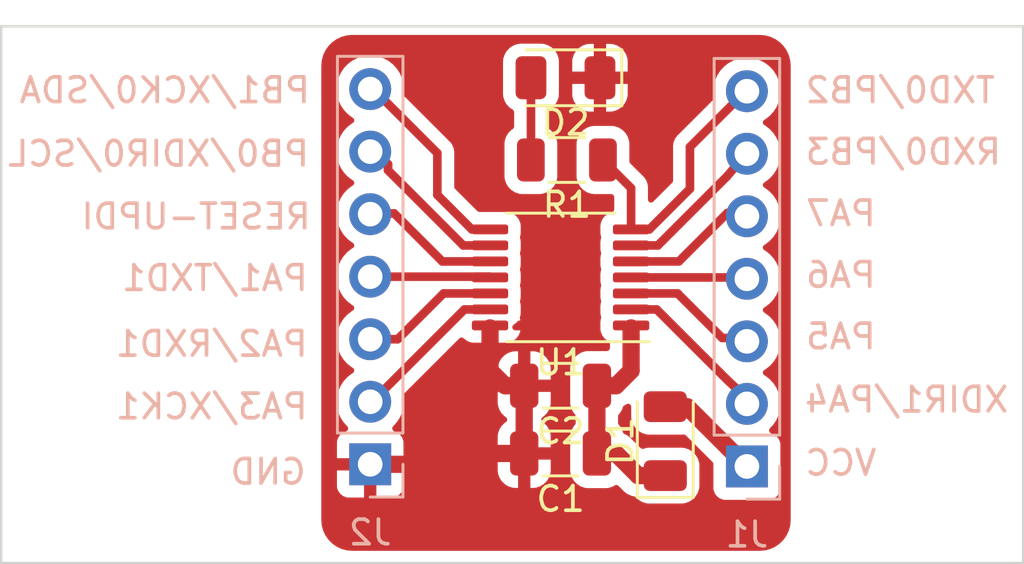
<source format=kicad_pcb>
(kicad_pcb (version 20221018) (generator pcbnew)
  (layers (0 "F.Cu" signal) (31 "B.Cu" signal) (34 "B.Paste" user) (35 "F.Paste" user) (36 "B.SilkS" user "B.Silkscreen") (37 "F.SilkS" user "F.Silkscreen") (38 "B.Mask" user) (39 "F.Mask" user) (44 "Edge.Cuts" user))
  (net 0 "")
  (net 1 "/sVCC")
  (net 2 "GND")
  (net 3 "VCC")
  (net 4 "/RxD{slash}PB3")
  (net 5 "/TxD{slash}PB2")
  (net 6 "/PA7")
  (net 7 "/PA6")
  (net 8 "/RESET-UDPI")
  (net 9 "/PA5")
  (net 10 "/XDIR{slash}PA4")
  (net 11 "/SDA{slash}XCK{slash}PB1")
  (net 12 "/SCL{slash}XDIR{slash}PB0")
  (net 13 "/TXD{slash}PA1")
  (net 14 "/RXD{slash}PA2")
  (net 15 "/XCK{slash}PA3")
  (net 16 "Net-(D2-A)")
  (footprint "Diode_SMD:D_1206_3216Metric" (layer "F.Cu") (at 139.449 96.99 180)
    (fp_text reference "D2" (at 0 -1.82) (layer "F.SilkS"))
    (fp_text value "LED_Small")
    (fp_line (start -2.285 -1.135) (end -2.285 1.135) (stroke (width 0.12)) (layer "F.SilkS"))
    (fp_line (start -2.285 1.135) (end 1.6 1.135) (stroke (width 0.12)) (layer "F.SilkS"))
    (fp_line (start 1.6 -1.135) (end -2.285 -1.135) (stroke (width 0.12)) (layer "F.SilkS"))
    (pad "1" smd roundrect (at -1.4 0 180) (size 1.25 1.75) (layers "F.Cu" "F.Paste" "F.Mask") (roundrect_rratio 0.2) (net 2 "GND"))
    (pad "2" smd roundrect (at 1.4 0 180) (size 1.25 1.75) (layers "F.Cu" "F.Paste" "F.Mask") (roundrect_rratio 0.2) (net 16 "Net-(D2-A)"))
  )
  (footprint "Capacitor_SMD:C_1206_3216Metric" (layer "F.Cu") (at 139.25 109.5 180)
    (fp_text reference "C2" (at 0 -1.85) (layer "F.SilkS"))
    (fp_text value "100n")
    (fp_line (start -0.711252 -0.91) (end 0.711252 -0.91) (stroke (width 0.12)) (layer "F.SilkS"))
    (fp_line (start -0.711252 0.91) (end 0.711252 0.91) (stroke (width 0.12)) (layer "F.SilkS"))
    (pad "1" smd roundrect (at -1.475 0 180) (size 1.15 1.8) (layers "F.Cu" "F.Paste" "F.Mask") (roundrect_rratio 0.2173913043) (net 1 "/sVCC"))
    (pad "2" smd roundrect (at 1.475 0 180) (size 1.15 1.8) (layers "F.Cu" "F.Paste" "F.Mask") (roundrect_rratio 0.2173913043) (net 2 "GND"))
  )
  (footprint "Resistor_SMD:R_1206_3216Metric" (layer "F.Cu") (at 139.5075 100.33 180)
    (fp_text reference "R1" (at 0 -1.82) (layer "F.SilkS"))
    (fp_text value "330")
    (fp_line (start -0.727064 -0.91) (end 0.727064 -0.91) (stroke (width 0.12)) (layer "F.SilkS"))
    (fp_line (start -0.727064 0.91) (end 0.727064 0.91) (stroke (width 0.12)) (layer "F.SilkS"))
    (pad "1" smd roundrect (at -1.4625 0 180) (size 1.125 1.75) (layers "F.Cu" "F.Paste" "F.Mask") (roundrect_rratio 0.2222222222) (net 5 "/TxD{slash}PB2"))
    (pad "2" smd roundrect (at 1.4625 0 180) (size 1.125 1.75) (layers "F.Cu" "F.Paste" "F.Mask") (roundrect_rratio 0.2222222222) (net 16 "Net-(D2-A)"))
  )
  (footprint "Diode_SMD:D_1206_3216Metric" (layer "F.Cu") (at 143.5 111.75 90)
    (fp_text reference "D1" (at 0 -1.82 90) (layer "F.SilkS"))
    (fp_text value "D_Schottky")
    (fp_line (start -2.285 -1.135) (end -2.285 1.135) (stroke (width 0.12)) (layer "F.SilkS"))
    (fp_line (start -2.285 1.135) (end 1.6 1.135) (stroke (width 0.12)) (layer "F.SilkS"))
    (fp_line (start 1.6 -1.135) (end -2.285 -1.135) (stroke (width 0.12)) (layer "F.SilkS"))
    (pad "1" smd roundrect (at -1.4 0 90) (size 1.25 1.75) (layers "F.Cu" "F.Paste" "F.Mask") (roundrect_rratio 0.2) (net 1 "/sVCC"))
    (pad "2" smd roundrect (at 1.4 0 90) (size 1.25 1.75) (layers "F.Cu" "F.Paste" "F.Mask") (roundrect_rratio 0.2) (net 3 "VCC"))
  )
  (footprint "Package_SO:TSSOP-14_4.4x5mm_P0.65mm" (layer "F.Cu") (at 139.25 105.1 180)
    (fp_text reference "U1" (at 0 -3.45) (layer "F.SilkS"))
    (fp_text value "ATtiny424-X")
    (fp_line (start 0 -2.61) (end -3.6 -2.61) (stroke (width 0.12)) (layer "F.SilkS"))
    (fp_line (start 0 -2.61) (end 2.2 -2.61) (stroke (width 0.12)) (layer "F.SilkS"))
    (fp_line (start 0 2.61) (end -2.2 2.61) (stroke (width 0.12)) (layer "F.SilkS"))
    (fp_line (start 0 2.61) (end 2.2 2.61) (stroke (width 0.12)) (layer "F.SilkS"))
    (pad "1" smd roundrect (at -2.8625 -1.95 180) (size 1.475 0.4) (layers "F.Cu" "F.Paste" "F.Mask") (net 1 "/sVCC"))
    (pad "2" smd roundrect (at -2.8625 -1.3 180) (size 1.475 0.4) (layers "F.Cu" "F.Paste" "F.Mask") (net 10 "/XDIR{slash}PA4"))
    (pad "3" smd roundrect (at -2.8625 -0.65 180) (size 1.475 0.4) (layers "F.Cu" "F.Paste" "F.Mask") (net 9 "/PA5"))
    (pad "4" smd roundrect (at -2.8625 0 180) (size 1.475 0.4) (layers "F.Cu" "F.Paste" "F.Mask") (net 7 "/PA6"))
    (pad "5" smd roundrect (at -2.8625 0.65 180) (size 1.475 0.4) (layers "F.Cu" "F.Paste" "F.Mask") (net 6 "/PA7"))
    (pad "6" smd roundrect (at -2.8625 1.3 180) (size 1.475 0.4) (layers "F.Cu" "F.Paste" "F.Mask") (net 4 "/RxD{slash}PB3"))
    (pad "7" smd roundrect (at -2.8625 1.95 180) (size 1.475 0.4) (layers "F.Cu" "F.Paste" "F.Mask") (net 5 "/TxD{slash}PB2"))
    (pad "8" smd roundrect (at 2.8625 1.95 180) (size 1.475 0.4) (layers "F.Cu" "F.Paste" "F.Mask") (net 11 "/SDA{slash}XCK{slash}PB1"))
    (pad "9" smd roundrect (at 2.8625 1.3 180) (size 1.475 0.4) (layers "F.Cu" "F.Paste" "F.Mask") (net 12 "/SCL{slash}XDIR{slash}PB0"))
    (pad "10" smd roundrect (at 2.8625 0.65 180) (size 1.475 0.4) (layers "F.Cu" "F.Paste" "F.Mask") (net 8 "/RESET-UDPI"))
    (pad "11" smd roundrect (at 2.8625 0 180) (size 1.475 0.4) (layers "F.Cu" "F.Paste" "F.Mask") (net 13 "/TXD{slash}PA1"))
    (pad "12" smd roundrect (at 2.8625 -0.65 180) (size 1.475 0.4) (layers "F.Cu" "F.Paste" "F.Mask") (net 14 "/RXD{slash}PA2"))
    (pad "13" smd roundrect (at 2.8625 -1.3 180) (size 1.475 0.4) (layers "F.Cu" "F.Paste" "F.Mask") (net 15 "/XCK{slash}PA3"))
    (pad "14" smd roundrect (at 2.8625 -1.95 180) (size 1.475 0.4) (layers "F.Cu" "F.Paste" "F.Mask") (net 2 "GND"))
  )
  (footprint "Capacitor_SMD:C_1206_3216Metric" (layer "F.Cu") (at 139.25 112.25 180)
    (fp_text reference "C1" (at 0 -1.85) (layer "F.SilkS"))
    (fp_text value "10n")
    (fp_line (start -0.711252 -0.91) (end 0.711252 -0.91) (stroke (width 0.12)) (layer "F.SilkS"))
    (fp_line (start -0.711252 0.91) (end 0.711252 0.91) (stroke (width 0.12)) (layer "F.SilkS"))
    (pad "1" smd roundrect (at -1.475 0 180) (size 1.15 1.8) (layers "F.Cu" "F.Paste" "F.Mask") (roundrect_rratio 0.2173913043) (net 1 "/sVCC"))
    (pad "2" smd roundrect (at 1.475 0 180) (size 1.15 1.8) (layers "F.Cu" "F.Paste" "F.Mask") (roundrect_rratio 0.2173913043) (net 2 "GND"))
  )
  (footprint "Connector_PinSocket_2.54mm:PinSocket_1x07_P2.54mm_Vertical" (layer "B.Cu") (at 146.812 112.776)
    (fp_text reference "J1" (at 0 2.77) (layer "B.SilkS") (effects (justify mirror)))
    (fp_text value "Conn_01x07_Male")
    (fp_line (start -1.33 -16.57) (end 1.33 -16.57) (stroke (width 0.12)) (layer "B.SilkS"))
    (fp_line (start -1.33 -1.27) (end -1.33 -16.57) (stroke (width 0.12)) (layer "B.SilkS"))
    (fp_line (start -1.33 -1.27) (end 1.33 -1.27) (stroke (width 0.12)) (layer "B.SilkS"))
    (fp_line (start 0 1.33) (end 1.33 1.33) (stroke (width 0.12)) (layer "B.SilkS"))
    (fp_line (start 1.33 -1.27) (end 1.33 -16.57) (stroke (width 0.12)) (layer "B.SilkS"))
    (fp_line (start 1.33 1.33) (end 1.33 0) (stroke (width 0.12)) (layer "B.SilkS"))
    (pad "1" thru_hole rect (at 0 0) (size 1.7 1.7) (drill 1) (layers "*.Cu" "*.Mask") (net 3 "VCC"))
    (pad "2" thru_hole oval (at 0 -2.54) (size 1.7 1.7) (drill 1) (layers "*.Cu" "*.Mask") (net 10 "/XDIR{slash}PA4"))
    (pad "3" thru_hole oval (at 0 -5.08) (size 1.7 1.7) (drill 1) (layers "*.Cu" "*.Mask") (net 9 "/PA5"))
    (pad "4" thru_hole oval (at 0 -7.62) (size 1.7 1.7) (drill 1) (layers "*.Cu" "*.Mask") (net 7 "/PA6"))
    (pad "5" thru_hole oval (at 0 -10.16) (size 1.7 1.7) (drill 1) (layers "*.Cu" "*.Mask") (net 6 "/PA7"))
    (pad "6" thru_hole oval (at 0 -12.7) (size 1.7 1.7) (drill 1) (layers "*.Cu" "*.Mask") (net 4 "/RxD{slash}PB3"))
    (pad "7" thru_hole oval (at 0 -15.24) (size 1.7 1.7) (drill 1) (layers "*.Cu" "*.Mask") (net 5 "/TxD{slash}PB2"))
  )
  (footprint "Connector_PinSocket_2.54mm:PinSocket_1x07_P2.54mm_Vertical" (layer "B.Cu") (at 131.525 112.69)
    (fp_text reference "J2" (at 0 2.77) (layer "B.SilkS") (effects (justify mirror)))
    (fp_text value "Conn_01x07_Male")
    (fp_line (start -1.33 -16.57) (end 1.33 -16.57) (stroke (width 0.12)) (layer "B.SilkS"))
    (fp_line (start -1.33 -1.27) (end -1.33 -16.57) (stroke (width 0.12)) (layer "B.SilkS"))
    (fp_line (start -1.33 -1.27) (end 1.33 -1.27) (stroke (width 0.12)) (layer "B.SilkS"))
    (fp_line (start 0 1.33) (end 1.33 1.33) (stroke (width 0.12)) (layer "B.SilkS"))
    (fp_line (start 1.33 -1.27) (end 1.33 -16.57) (stroke (width 0.12)) (layer "B.SilkS"))
    (fp_line (start 1.33 1.33) (end 1.33 0) (stroke (width 0.12)) (layer "B.SilkS"))
    (pad "1" thru_hole rect (at 0 0) (size 1.7 1.7) (drill 1) (layers "*.Cu" "*.Mask") (net 2 "GND"))
    (pad "2" thru_hole oval (at 0 -2.54) (size 1.7 1.7) (drill 1) (layers "*.Cu" "*.Mask") (net 15 "/XCK{slash}PA3"))
    (pad "3" thru_hole oval (at 0 -5.08) (size 1.7 1.7) (drill 1) (layers "*.Cu" "*.Mask") (net 14 "/RXD{slash}PA2"))
    (pad "4" thru_hole oval (at 0 -7.62) (size 1.7 1.7) (drill 1) (layers "*.Cu" "*.Mask") (net 13 "/TXD{slash}PA1"))
    (pad "5" thru_hole oval (at 0 -10.16) (size 1.7 1.7) (drill 1) (layers "*.Cu" "*.Mask") (net 8 "/RESET-UDPI"))
    (pad "6" thru_hole oval (at 0 -12.7) (size 1.7 1.7) (drill 1) (layers "*.Cu" "*.Mask") (net 12 "/SCL{slash}XDIR{slash}PB0"))
    (pad "7" thru_hole oval (at 0 -15.24) (size 1.7 1.7) (drill 1) (layers "*.Cu" "*.Mask") (net 11 "/SDA{slash}XCK{slash}PB1"))
  )
  (gr_rect (start 116.552 94.9) (end 158.024 116.7) (stroke (width 0.1)) (fill none) (layer "Edge.Cuts"))
  (gr_text "PA6" (at 150.627 105) (layer "B.SilkS") (effects (font (size 1 1)) (justify mirror)))
  (gr_text "XDIR1/PA4" (at 153.289 110.066869) (layer "B.SilkS") (effects (font (size 1 1)) (justify mirror)))
  (gr_text "VCC" (at 150.627642 112.632373) (layer "B.SilkS") (effects (font (size 1 1)) (justify mirror)))
  (gr_text "PA7" (at 150.627 102.5) (layer "B.SilkS") (effects (font (size 1 1)) (justify mirror)))
  (gr_text "PB0/XDIR0/SCL" (at 122.936 100.076) (layer "B.SilkS") (effects (font (size 1 1)) (justify mirror)))
  (gr_text "PA2/RXD1" (at 125.095 107.800674) (layer "B.SilkS") (effects (font (size 1 1)) (justify mirror)))
  (gr_text "TXD0/PB2" (at 153.035 97.5) (layer "B.SilkS") (effects (font (size 1 1)) (justify mirror)))
  (gr_text "PA3/XCK1" (at 125.095 110.344799) (layer "B.SilkS") (effects (font (size 1 1)) (justify mirror)))
  (gr_text "PB1/XCK0/SDA" (at 123.19 97.5) (layer "B.SilkS") (effects (font (size 1 1)) (justify mirror)))
  (gr_text "PA1/TXD1\n" (at 125.222 105.128275) (layer "B.SilkS") (effects (font (size 1 1)) (justify mirror)))
  (gr_text "PA5" (at 150.627 107.5) (layer "B.SilkS") (effects (font (size 1 1)) (justify mirror)))
  (gr_text "RXD0/PB3" (at 153.162 100) (layer "B.SilkS") (effects (font (size 1 1)) (justify mirror)))
  (gr_text "RESET-UPDI" (at 124.46 102.626909) (layer "B.SilkS") (effects (font (size 1 1)) (justify mirror)))
  (gr_text "GND" (at 127.381 112.995819) (layer "B.SilkS") (effects (font (size 1 1)) (justify mirror)))
  (segment (start 141.5 112.25) (end 140.725 112.25) (width 0.7) (layer "F.Cu") (net 1))
  (segment (start 141.5 109.5) (end 142.1125 108.8875) (width 0.7) (layer "F.Cu") (net 1))
  (segment (start 142.1125 108.8875) (end 142.1125 107.15) (width 0.7) (layer "F.Cu") (net 1))
  (segment (start 140.725 112.25) (end 140.725 109.5) (width 0.7) (layer "F.Cu") (net 1))
  (segment (start 140.725 109.5) (end 141.5 109.5) (width 0.7) (layer "F.Cu") (net 1))
  (segment (start 142.4 113.15) (end 141.5 112.25) (width 0.7) (layer "F.Cu") (net 1))
  (segment (start 143.5 113.15) (end 142.4 113.15) (width 0.7) (layer "F.Cu") (net 1))
  (segment (start 131.65 112.69) (end 134.81 112.69) (width 0.7) (layer "F.Cu") (net 2))
  (segment (start 137.775 112.25) (end 137.775 109.5) (width 0.7) (layer "F.Cu") (net 2))
  (segment (start 137.775 109.5) (end 137 109.5) (width 0.7) (layer "F.Cu") (net 2))
  (segment (start 136.3875 108.8875) (end 136.3875 107.15) (width 0.7) (layer "F.Cu") (net 2))
  (segment (start 135.25 112.25) (end 137.775 112.25) (width 0.7) (layer "F.Cu") (net 2))
  (segment (start 134.81 112.69) (end 135.25 112.25) (width 0.7) (layer "F.Cu") (net 2))
  (segment (start 137 109.5) (end 136.3875 108.8875) (width 0.7) (layer "F.Cu") (net 2))
  (segment (start 143.5 110.35) (end 144.386 110.35) (width 0.7) (layer "F.Cu") (net 3))
  (segment (start 144.386 110.35) (end 146.812 112.776) (width 0.7) (layer "F.Cu") (net 3))
  (segment (start 146.89 112.64) (end 146.9 112.64) (width 0.7) (layer "F.Cu") (net 3))
  (segment (start 142.1125 103.8) (end 143.2 103.8) (width 0.35) (layer "F.Cu") (net 4))
  (segment (start 146 101) (end 146.9 99.94) (width 0.35) (layer "F.Cu") (net 4))
  (segment (start 143.2 103.8) (end 146 101) (width 0.35) (layer "F.Cu") (net 4))
  (segment (start 142.1125 101.4725) (end 140.97 100.33) (width 0.35) (layer "F.Cu") (net 5))
  (segment (start 144.5 99.8) (end 146.9 97.4) (width 0.35) (layer "F.Cu") (net 5))
  (segment (start 142.1125 103.15) (end 142.85 103.15) (width 0.35) (layer "F.Cu") (net 5))
  (segment (start 144.5 101.5) (end 144.5 99.8) (width 0.35) (layer "F.Cu") (net 5))
  (segment (start 142.1125 103.15) (end 142.1125 101.4725) (width 0.35) (layer "F.Cu") (net 5))
  (segment (start 142.85 103.15) (end 144.5 101.5) (width 0.35) (layer "F.Cu") (net 5))
  (segment (start 146.02 102.48) (end 146.9 102.48) (width 0.35) (layer "F.Cu") (net 6))
  (segment (start 144.05 104.45) (end 146.02 102.48) (width 0.35) (layer "F.Cu") (net 6))
  (segment (start 142.1125 104.45) (end 144.05 104.45) (width 0.35) (layer "F.Cu") (net 6))
  (segment (start 142.1125 105.1) (end 146.82 105.1) (width 0.35) (layer "F.Cu") (net 7))
  (segment (start 146.82 105.1) (end 146.9 105.02) (width 0.35) (layer "F.Cu") (net 7))
  (segment (start 132.5 102.5) (end 131.68 102.5) (width 0.35) (layer "F.Cu") (net 8))
  (segment (start 131.68 102.5) (end 131.65 102.53) (width 0.35) (layer "F.Cu") (net 8))
  (segment (start 134.45 104.45) (end 132.5 102.5) (width 0.35) (layer "F.Cu") (net 8))
  (segment (start 136.3875 104.45) (end 134.45 104.45) (width 0.35) (layer "F.Cu") (net 8))
  (segment (start 144 105.75) (end 145.81 107.56) (width 0.35) (layer "F.Cu") (net 9))
  (segment (start 145.81 107.56) (end 146.9 107.56) (width 0.35) (layer "F.Cu") (net 9))
  (segment (start 142.1125 105.75) (end 144 105.75) (width 0.35) (layer "F.Cu") (net 9))
  (segment (start 146 109.25) (end 146.9 110.1) (width 0.35) (layer "F.Cu") (net 10))
  (segment (start 143.15 106.4) (end 146 109.25) (width 0.35) (layer "F.Cu") (net 10))
  (segment (start 142.1125 106.4) (end 143.15 106.4) (width 0.35) (layer "F.Cu") (net 10))
  (segment (start 134.25 100.05) (end 131.65 97.45) (width 0.35) (layer "F.Cu") (net 11))
  (segment (start 136.3875 103.15) (end 135.65 103.15) (width 0.35) (layer "F.Cu") (net 11))
  (segment (start 134.25 101.75) (end 134.25 100.05) (width 0.35) (layer "F.Cu") (net 11))
  (segment (start 135.65 103.15) (end 134.25 101.75) (width 0.35) (layer "F.Cu") (net 11))
  (segment (start 132.25 100.75) (end 132.25 100.5) (width 0.35) (layer "F.Cu") (net 12))
  (segment (start 135.3 103.8) (end 132.25 100.75) (width 0.35) (layer "F.Cu") (net 12))
  (segment (start 136.3875 103.8) (end 135.3 103.8) (width 0.35) (layer "F.Cu") (net 12))
  (segment (start 131.74 99.99) (end 131.65 99.99) (width 0.35) (layer "F.Cu") (net 12))
  (segment (start 132.25 100.5) (end 131.74 99.99) (width 0.35) (layer "F.Cu") (net 12))
  (segment (start 136.3575 105.07) (end 131.65 105.07) (width 0.35) (layer "F.Cu") (net 13))
  (segment (start 136.3875 105.1) (end 136.3575 105.07) (width 0.35) (layer "F.Cu") (net 13))
  (segment (start 134.5 105.75) (end 132.64 107.61) (width 0.35) (layer "F.Cu") (net 14))
  (segment (start 132.64 107.61) (end 131.65 107.61) (width 0.35) (layer "F.Cu") (net 14))
  (segment (start 136.3875 105.75) (end 134.5 105.75) (width 0.35) (layer "F.Cu") (net 14))
  (segment (start 136.3875 106.4) (end 135.35 106.4) (width 0.35) (layer "F.Cu") (net 15))
  (segment (start 131.65 110.1) (end 131.65 110.15) (width 0.35) (layer "F.Cu") (net 15))
  (segment (start 135.35 106.4) (end 131.65 110.1) (width 0.35) (layer "F.Cu") (net 15))
  (segment (start 138.049 100.326) (end 138.045 100.33) (width 0.35) (layer "F.Cu") (net 16))
  (segment (start 138.049 96.99) (end 138.049 100.326) (width 0.35) (layer "F.Cu") (net 16))
  (zone (net 2) (net_name "GND") (layer "F.Cu") (connect_pads (clearance 0.508)) (min_thickness 0.25) (fill yes (thermal_gap 0.5) (thermal_bridge_width 0.5) (smoothing fillet) (radius 1.25))
    (polygon (pts (xy 148.59 116.205) (xy 148.59 95.25) (xy 129.54 95.25) (xy 129.54 116.205)))
  )
)
</source>
